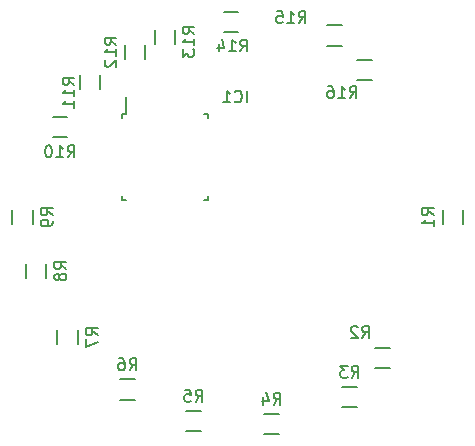
<source format=gbo>
G04 #@! TF.FileFunction,Legend,Bot*
%FSLAX46Y46*%
G04 Gerber Fmt 4.6, Leading zero omitted, Abs format (unit mm)*
G04 Created by KiCad (PCBNEW (2015-06-11 BZR 5731)-product) date Sun 19 Jul 2015 11:24:49 PM CEST*
%MOMM*%
G01*
G04 APERTURE LIST*
%ADD10C,0.100000*%
%ADD11C,0.150000*%
G04 APERTURE END LIST*
D10*
D11*
X102515000Y-73305000D02*
X102840000Y-73305000D01*
X102515000Y-80555000D02*
X102840000Y-80555000D01*
X109765000Y-80555000D02*
X109440000Y-80555000D01*
X109765000Y-73305000D02*
X109440000Y-73305000D01*
X102515000Y-73305000D02*
X102515000Y-73630000D01*
X109765000Y-73305000D02*
X109765000Y-73630000D01*
X109765000Y-80555000D02*
X109765000Y-80230000D01*
X102515000Y-80555000D02*
X102515000Y-80230000D01*
X102840000Y-73305000D02*
X102840000Y-71880000D01*
X131399000Y-82610000D02*
X131399000Y-81410000D01*
X129649000Y-81410000D02*
X129649000Y-82610000D01*
X123955000Y-94823000D02*
X125155000Y-94823000D01*
X125155000Y-93073000D02*
X123955000Y-93073000D01*
X121161000Y-98125000D02*
X122361000Y-98125000D01*
X122361000Y-96375000D02*
X121161000Y-96375000D01*
X114557000Y-100411000D02*
X115757000Y-100411000D01*
X115757000Y-98661000D02*
X114557000Y-98661000D01*
X107953000Y-100157000D02*
X109153000Y-100157000D01*
X109153000Y-98407000D02*
X107953000Y-98407000D01*
X102365000Y-97490000D02*
X103565000Y-97490000D01*
X103565000Y-95740000D02*
X102365000Y-95740000D01*
X97010000Y-91570000D02*
X97010000Y-92770000D01*
X98760000Y-92770000D02*
X98760000Y-91570000D01*
X94343000Y-85982000D02*
X94343000Y-87182000D01*
X96093000Y-87182000D02*
X96093000Y-85982000D01*
X93200000Y-81410000D02*
X93200000Y-82610000D01*
X94950000Y-82610000D02*
X94950000Y-81410000D01*
X97850000Y-73515000D02*
X96650000Y-73515000D01*
X96650000Y-75265000D02*
X97850000Y-75265000D01*
X100665000Y-71180000D02*
X100665000Y-69980000D01*
X98915000Y-69980000D02*
X98915000Y-71180000D01*
X104475000Y-68640000D02*
X104475000Y-67440000D01*
X102725000Y-67440000D02*
X102725000Y-68640000D01*
X107015000Y-67370000D02*
X107015000Y-66170000D01*
X105265000Y-66170000D02*
X105265000Y-67370000D01*
X111128000Y-66375000D02*
X112328000Y-66375000D01*
X112328000Y-64625000D02*
X111128000Y-64625000D01*
X119891000Y-67518000D02*
X121091000Y-67518000D01*
X121091000Y-65768000D02*
X119891000Y-65768000D01*
X122431000Y-70439000D02*
X123631000Y-70439000D01*
X123631000Y-68689000D02*
X122431000Y-68689000D01*
X113085190Y-72302381D02*
X113085190Y-71302381D01*
X112037571Y-72207143D02*
X112085190Y-72254762D01*
X112228047Y-72302381D01*
X112323285Y-72302381D01*
X112466143Y-72254762D01*
X112561381Y-72159524D01*
X112609000Y-72064286D01*
X112656619Y-71873810D01*
X112656619Y-71730952D01*
X112609000Y-71540476D01*
X112561381Y-71445238D01*
X112466143Y-71350000D01*
X112323285Y-71302381D01*
X112228047Y-71302381D01*
X112085190Y-71350000D01*
X112037571Y-71397619D01*
X111085190Y-72302381D02*
X111656619Y-72302381D01*
X111370905Y-72302381D02*
X111370905Y-71302381D01*
X111466143Y-71445238D01*
X111561381Y-71540476D01*
X111656619Y-71588095D01*
X128876381Y-81843334D02*
X128400190Y-81510000D01*
X128876381Y-81271905D02*
X127876381Y-81271905D01*
X127876381Y-81652858D01*
X127924000Y-81748096D01*
X127971619Y-81795715D01*
X128066857Y-81843334D01*
X128209714Y-81843334D01*
X128304952Y-81795715D01*
X128352571Y-81748096D01*
X128400190Y-81652858D01*
X128400190Y-81271905D01*
X128876381Y-82795715D02*
X128876381Y-82224286D01*
X128876381Y-82510000D02*
X127876381Y-82510000D01*
X128019238Y-82414762D01*
X128114476Y-82319524D01*
X128162095Y-82224286D01*
X122816666Y-92241381D02*
X123150000Y-91765190D01*
X123388095Y-92241381D02*
X123388095Y-91241381D01*
X123007142Y-91241381D01*
X122911904Y-91289000D01*
X122864285Y-91336619D01*
X122816666Y-91431857D01*
X122816666Y-91574714D01*
X122864285Y-91669952D01*
X122911904Y-91717571D01*
X123007142Y-91765190D01*
X123388095Y-91765190D01*
X122435714Y-91336619D02*
X122388095Y-91289000D01*
X122292857Y-91241381D01*
X122054761Y-91241381D01*
X121959523Y-91289000D01*
X121911904Y-91336619D01*
X121864285Y-91431857D01*
X121864285Y-91527095D01*
X121911904Y-91669952D01*
X122483333Y-92241381D01*
X121864285Y-92241381D01*
X121927666Y-95602381D02*
X122261000Y-95126190D01*
X122499095Y-95602381D02*
X122499095Y-94602381D01*
X122118142Y-94602381D01*
X122022904Y-94650000D01*
X121975285Y-94697619D01*
X121927666Y-94792857D01*
X121927666Y-94935714D01*
X121975285Y-95030952D01*
X122022904Y-95078571D01*
X122118142Y-95126190D01*
X122499095Y-95126190D01*
X121594333Y-94602381D02*
X120975285Y-94602381D01*
X121308619Y-94983333D01*
X121165761Y-94983333D01*
X121070523Y-95030952D01*
X121022904Y-95078571D01*
X120975285Y-95173810D01*
X120975285Y-95411905D01*
X121022904Y-95507143D01*
X121070523Y-95554762D01*
X121165761Y-95602381D01*
X121451476Y-95602381D01*
X121546714Y-95554762D01*
X121594333Y-95507143D01*
X115323666Y-97888381D02*
X115657000Y-97412190D01*
X115895095Y-97888381D02*
X115895095Y-96888381D01*
X115514142Y-96888381D01*
X115418904Y-96936000D01*
X115371285Y-96983619D01*
X115323666Y-97078857D01*
X115323666Y-97221714D01*
X115371285Y-97316952D01*
X115418904Y-97364571D01*
X115514142Y-97412190D01*
X115895095Y-97412190D01*
X114466523Y-97221714D02*
X114466523Y-97888381D01*
X114704619Y-96840762D02*
X114942714Y-97555048D01*
X114323666Y-97555048D01*
X108719666Y-97634381D02*
X109053000Y-97158190D01*
X109291095Y-97634381D02*
X109291095Y-96634381D01*
X108910142Y-96634381D01*
X108814904Y-96682000D01*
X108767285Y-96729619D01*
X108719666Y-96824857D01*
X108719666Y-96967714D01*
X108767285Y-97062952D01*
X108814904Y-97110571D01*
X108910142Y-97158190D01*
X109291095Y-97158190D01*
X107814904Y-96634381D02*
X108291095Y-96634381D01*
X108338714Y-97110571D01*
X108291095Y-97062952D01*
X108195857Y-97015333D01*
X107957761Y-97015333D01*
X107862523Y-97062952D01*
X107814904Y-97110571D01*
X107767285Y-97205810D01*
X107767285Y-97443905D01*
X107814904Y-97539143D01*
X107862523Y-97586762D01*
X107957761Y-97634381D01*
X108195857Y-97634381D01*
X108291095Y-97586762D01*
X108338714Y-97539143D01*
X103131666Y-94967381D02*
X103465000Y-94491190D01*
X103703095Y-94967381D02*
X103703095Y-93967381D01*
X103322142Y-93967381D01*
X103226904Y-94015000D01*
X103179285Y-94062619D01*
X103131666Y-94157857D01*
X103131666Y-94300714D01*
X103179285Y-94395952D01*
X103226904Y-94443571D01*
X103322142Y-94491190D01*
X103703095Y-94491190D01*
X102274523Y-93967381D02*
X102465000Y-93967381D01*
X102560238Y-94015000D01*
X102607857Y-94062619D01*
X102703095Y-94205476D01*
X102750714Y-94395952D01*
X102750714Y-94776905D01*
X102703095Y-94872143D01*
X102655476Y-94919762D01*
X102560238Y-94967381D01*
X102369761Y-94967381D01*
X102274523Y-94919762D01*
X102226904Y-94872143D01*
X102179285Y-94776905D01*
X102179285Y-94538810D01*
X102226904Y-94443571D01*
X102274523Y-94395952D01*
X102369761Y-94348333D01*
X102560238Y-94348333D01*
X102655476Y-94395952D01*
X102703095Y-94443571D01*
X102750714Y-94538810D01*
X100437381Y-92003334D02*
X99961190Y-91670000D01*
X100437381Y-91431905D02*
X99437381Y-91431905D01*
X99437381Y-91812858D01*
X99485000Y-91908096D01*
X99532619Y-91955715D01*
X99627857Y-92003334D01*
X99770714Y-92003334D01*
X99865952Y-91955715D01*
X99913571Y-91908096D01*
X99961190Y-91812858D01*
X99961190Y-91431905D01*
X99437381Y-92336667D02*
X99437381Y-93003334D01*
X100437381Y-92574762D01*
X97770381Y-86415334D02*
X97294190Y-86082000D01*
X97770381Y-85843905D02*
X96770381Y-85843905D01*
X96770381Y-86224858D01*
X96818000Y-86320096D01*
X96865619Y-86367715D01*
X96960857Y-86415334D01*
X97103714Y-86415334D01*
X97198952Y-86367715D01*
X97246571Y-86320096D01*
X97294190Y-86224858D01*
X97294190Y-85843905D01*
X97198952Y-86986762D02*
X97151333Y-86891524D01*
X97103714Y-86843905D01*
X97008476Y-86796286D01*
X96960857Y-86796286D01*
X96865619Y-86843905D01*
X96818000Y-86891524D01*
X96770381Y-86986762D01*
X96770381Y-87177239D01*
X96818000Y-87272477D01*
X96865619Y-87320096D01*
X96960857Y-87367715D01*
X97008476Y-87367715D01*
X97103714Y-87320096D01*
X97151333Y-87272477D01*
X97198952Y-87177239D01*
X97198952Y-86986762D01*
X97246571Y-86891524D01*
X97294190Y-86843905D01*
X97389429Y-86796286D01*
X97579905Y-86796286D01*
X97675143Y-86843905D01*
X97722762Y-86891524D01*
X97770381Y-86986762D01*
X97770381Y-87177239D01*
X97722762Y-87272477D01*
X97675143Y-87320096D01*
X97579905Y-87367715D01*
X97389429Y-87367715D01*
X97294190Y-87320096D01*
X97246571Y-87272477D01*
X97198952Y-87177239D01*
X96627381Y-81843334D02*
X96151190Y-81510000D01*
X96627381Y-81271905D02*
X95627381Y-81271905D01*
X95627381Y-81652858D01*
X95675000Y-81748096D01*
X95722619Y-81795715D01*
X95817857Y-81843334D01*
X95960714Y-81843334D01*
X96055952Y-81795715D01*
X96103571Y-81748096D01*
X96151190Y-81652858D01*
X96151190Y-81271905D01*
X96627381Y-82319524D02*
X96627381Y-82510000D01*
X96579762Y-82605239D01*
X96532143Y-82652858D01*
X96389286Y-82748096D01*
X96198810Y-82795715D01*
X95817857Y-82795715D01*
X95722619Y-82748096D01*
X95675000Y-82700477D01*
X95627381Y-82605239D01*
X95627381Y-82414762D01*
X95675000Y-82319524D01*
X95722619Y-82271905D01*
X95817857Y-82224286D01*
X96055952Y-82224286D01*
X96151190Y-82271905D01*
X96198810Y-82319524D01*
X96246429Y-82414762D01*
X96246429Y-82605239D01*
X96198810Y-82700477D01*
X96151190Y-82748096D01*
X96055952Y-82795715D01*
X97892857Y-76942381D02*
X98226191Y-76466190D01*
X98464286Y-76942381D02*
X98464286Y-75942381D01*
X98083333Y-75942381D01*
X97988095Y-75990000D01*
X97940476Y-76037619D01*
X97892857Y-76132857D01*
X97892857Y-76275714D01*
X97940476Y-76370952D01*
X97988095Y-76418571D01*
X98083333Y-76466190D01*
X98464286Y-76466190D01*
X96940476Y-76942381D02*
X97511905Y-76942381D01*
X97226191Y-76942381D02*
X97226191Y-75942381D01*
X97321429Y-76085238D01*
X97416667Y-76180476D01*
X97511905Y-76228095D01*
X96321429Y-75942381D02*
X96226190Y-75942381D01*
X96130952Y-75990000D01*
X96083333Y-76037619D01*
X96035714Y-76132857D01*
X95988095Y-76323333D01*
X95988095Y-76561429D01*
X96035714Y-76751905D01*
X96083333Y-76847143D01*
X96130952Y-76894762D01*
X96226190Y-76942381D01*
X96321429Y-76942381D01*
X96416667Y-76894762D01*
X96464286Y-76847143D01*
X96511905Y-76751905D01*
X96559524Y-76561429D01*
X96559524Y-76323333D01*
X96511905Y-76132857D01*
X96464286Y-76037619D01*
X96416667Y-75990000D01*
X96321429Y-75942381D01*
X98464381Y-70826143D02*
X97988190Y-70492809D01*
X98464381Y-70254714D02*
X97464381Y-70254714D01*
X97464381Y-70635667D01*
X97512000Y-70730905D01*
X97559619Y-70778524D01*
X97654857Y-70826143D01*
X97797714Y-70826143D01*
X97892952Y-70778524D01*
X97940571Y-70730905D01*
X97988190Y-70635667D01*
X97988190Y-70254714D01*
X98464381Y-71778524D02*
X98464381Y-71207095D01*
X98464381Y-71492809D02*
X97464381Y-71492809D01*
X97607238Y-71397571D01*
X97702476Y-71302333D01*
X97750095Y-71207095D01*
X98464381Y-72730905D02*
X98464381Y-72159476D01*
X98464381Y-72445190D02*
X97464381Y-72445190D01*
X97607238Y-72349952D01*
X97702476Y-72254714D01*
X97750095Y-72159476D01*
X102020381Y-67397143D02*
X101544190Y-67063809D01*
X102020381Y-66825714D02*
X101020381Y-66825714D01*
X101020381Y-67206667D01*
X101068000Y-67301905D01*
X101115619Y-67349524D01*
X101210857Y-67397143D01*
X101353714Y-67397143D01*
X101448952Y-67349524D01*
X101496571Y-67301905D01*
X101544190Y-67206667D01*
X101544190Y-66825714D01*
X102020381Y-68349524D02*
X102020381Y-67778095D01*
X102020381Y-68063809D02*
X101020381Y-68063809D01*
X101163238Y-67968571D01*
X101258476Y-67873333D01*
X101306095Y-67778095D01*
X101115619Y-68730476D02*
X101068000Y-68778095D01*
X101020381Y-68873333D01*
X101020381Y-69111429D01*
X101068000Y-69206667D01*
X101115619Y-69254286D01*
X101210857Y-69301905D01*
X101306095Y-69301905D01*
X101448952Y-69254286D01*
X102020381Y-68682857D01*
X102020381Y-69301905D01*
X108624381Y-66508143D02*
X108148190Y-66174809D01*
X108624381Y-65936714D02*
X107624381Y-65936714D01*
X107624381Y-66317667D01*
X107672000Y-66412905D01*
X107719619Y-66460524D01*
X107814857Y-66508143D01*
X107957714Y-66508143D01*
X108052952Y-66460524D01*
X108100571Y-66412905D01*
X108148190Y-66317667D01*
X108148190Y-65936714D01*
X108624381Y-67460524D02*
X108624381Y-66889095D01*
X108624381Y-67174809D02*
X107624381Y-67174809D01*
X107767238Y-67079571D01*
X107862476Y-66984333D01*
X107910095Y-66889095D01*
X107624381Y-67793857D02*
X107624381Y-68412905D01*
X108005333Y-68079571D01*
X108005333Y-68222429D01*
X108052952Y-68317667D01*
X108100571Y-68365286D01*
X108195810Y-68412905D01*
X108433905Y-68412905D01*
X108529143Y-68365286D01*
X108576762Y-68317667D01*
X108624381Y-68222429D01*
X108624381Y-67936714D01*
X108576762Y-67841476D01*
X108529143Y-67793857D01*
X112497857Y-67984381D02*
X112831191Y-67508190D01*
X113069286Y-67984381D02*
X113069286Y-66984381D01*
X112688333Y-66984381D01*
X112593095Y-67032000D01*
X112545476Y-67079619D01*
X112497857Y-67174857D01*
X112497857Y-67317714D01*
X112545476Y-67412952D01*
X112593095Y-67460571D01*
X112688333Y-67508190D01*
X113069286Y-67508190D01*
X111545476Y-67984381D02*
X112116905Y-67984381D01*
X111831191Y-67984381D02*
X111831191Y-66984381D01*
X111926429Y-67127238D01*
X112021667Y-67222476D01*
X112116905Y-67270095D01*
X110688333Y-67317714D02*
X110688333Y-67984381D01*
X110926429Y-66936762D02*
X111164524Y-67651048D01*
X110545476Y-67651048D01*
X117450857Y-65571381D02*
X117784191Y-65095190D01*
X118022286Y-65571381D02*
X118022286Y-64571381D01*
X117641333Y-64571381D01*
X117546095Y-64619000D01*
X117498476Y-64666619D01*
X117450857Y-64761857D01*
X117450857Y-64904714D01*
X117498476Y-64999952D01*
X117546095Y-65047571D01*
X117641333Y-65095190D01*
X118022286Y-65095190D01*
X116498476Y-65571381D02*
X117069905Y-65571381D01*
X116784191Y-65571381D02*
X116784191Y-64571381D01*
X116879429Y-64714238D01*
X116974667Y-64809476D01*
X117069905Y-64857095D01*
X115593714Y-64571381D02*
X116069905Y-64571381D01*
X116117524Y-65047571D01*
X116069905Y-64999952D01*
X115974667Y-64952333D01*
X115736571Y-64952333D01*
X115641333Y-64999952D01*
X115593714Y-65047571D01*
X115546095Y-65142810D01*
X115546095Y-65380905D01*
X115593714Y-65476143D01*
X115641333Y-65523762D01*
X115736571Y-65571381D01*
X115974667Y-65571381D01*
X116069905Y-65523762D01*
X116117524Y-65476143D01*
X121768857Y-71921381D02*
X122102191Y-71445190D01*
X122340286Y-71921381D02*
X122340286Y-70921381D01*
X121959333Y-70921381D01*
X121864095Y-70969000D01*
X121816476Y-71016619D01*
X121768857Y-71111857D01*
X121768857Y-71254714D01*
X121816476Y-71349952D01*
X121864095Y-71397571D01*
X121959333Y-71445190D01*
X122340286Y-71445190D01*
X120816476Y-71921381D02*
X121387905Y-71921381D01*
X121102191Y-71921381D02*
X121102191Y-70921381D01*
X121197429Y-71064238D01*
X121292667Y-71159476D01*
X121387905Y-71207095D01*
X119959333Y-70921381D02*
X120149810Y-70921381D01*
X120245048Y-70969000D01*
X120292667Y-71016619D01*
X120387905Y-71159476D01*
X120435524Y-71349952D01*
X120435524Y-71730905D01*
X120387905Y-71826143D01*
X120340286Y-71873762D01*
X120245048Y-71921381D01*
X120054571Y-71921381D01*
X119959333Y-71873762D01*
X119911714Y-71826143D01*
X119864095Y-71730905D01*
X119864095Y-71492810D01*
X119911714Y-71397571D01*
X119959333Y-71349952D01*
X120054571Y-71302333D01*
X120245048Y-71302333D01*
X120340286Y-71349952D01*
X120387905Y-71397571D01*
X120435524Y-71492810D01*
M02*

</source>
